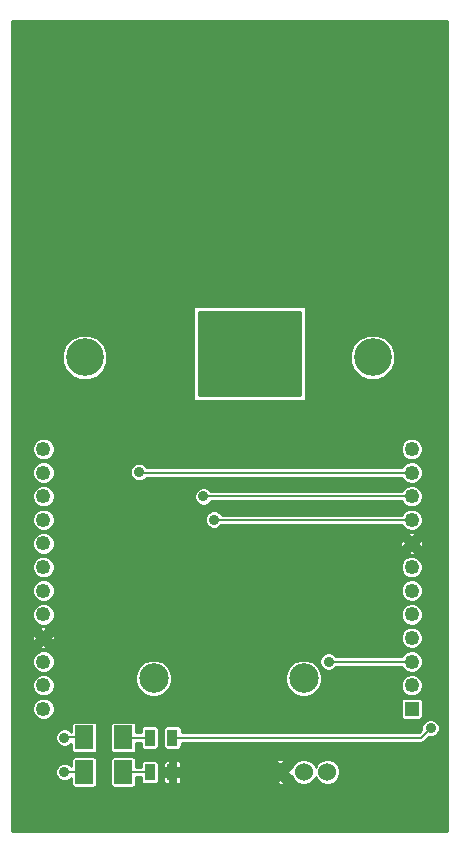
<source format=gbl>
%FSLAX46Y46*%
G04 Gerber Fmt 4.6, Leading zero omitted, Abs format (unit mm)*
G04 Created by KiCad (PCBNEW (2014-08-10 BZR 5062)-product) date Wed 04 Feb 2015 12:02:51 AM CST*
%MOMM*%
G01*
G04 APERTURE LIST*
%ADD10C,0.150000*%
%ADD11R,1.250000X1.250000*%
%ADD12C,1.250000*%
%ADD13C,1.524000*%
%ADD14R,1.524000X2.032000*%
%ADD15R,0.889000X1.397000*%
%ADD16C,2.500000*%
%ADD17C,3.200000*%
%ADD18C,0.889000*%
%ADD19C,0.381000*%
%ADD20C,0.203200*%
%ADD21C,0.254000*%
G04 APERTURE END LIST*
D10*
D11*
X204601400Y-197512200D03*
D12*
X204601400Y-195512200D03*
X204601400Y-193512200D03*
X204601400Y-191512200D03*
X204601400Y-189512200D03*
X204601400Y-187512200D03*
X204601400Y-185512200D03*
X204601400Y-183512200D03*
X204601400Y-181512200D03*
X204601400Y-179512200D03*
X204601400Y-177512200D03*
X204601400Y-175512200D03*
X173401400Y-175512200D03*
X173401400Y-177512200D03*
X173401400Y-179512200D03*
X173401400Y-181512200D03*
X173401400Y-183512200D03*
X173401400Y-185512200D03*
X173401400Y-187512200D03*
X173401400Y-189512200D03*
X173401400Y-191512200D03*
X173401400Y-193512200D03*
X173401400Y-195512200D03*
X173401400Y-197512200D03*
D13*
X193454020Y-202844400D03*
X195453000Y-202844400D03*
X197451980Y-202844400D03*
D14*
X180168550Y-199942450D03*
X176866550Y-199942450D03*
X180168550Y-202863450D03*
X176866550Y-202863450D03*
D15*
X184327800Y-199948800D03*
X182422800Y-199948800D03*
X182410100Y-202869800D03*
X184315100Y-202869800D03*
D16*
X182740300Y-194924300D03*
X195440300Y-194924300D03*
D17*
X201280300Y-167754300D03*
X176900300Y-167754300D03*
D18*
X199250300Y-191757300D03*
X176707800Y-154279600D03*
X180365400Y-151777700D03*
X199720200Y-150101300D03*
X205854300Y-149212300D03*
X200660000Y-183540400D03*
X196240400Y-161302700D03*
X201383900Y-156083000D03*
X178447700Y-163944300D03*
X181508400Y-177482500D03*
X197548500Y-193509900D03*
X187833000Y-181495700D03*
X186956700Y-179527200D03*
X175183800Y-199948800D03*
X175183800Y-202869800D03*
X188833760Y-170240960D03*
X194127120Y-170205400D03*
X194243960Y-168706800D03*
X194492880Y-166375080D03*
X188757560Y-164465000D03*
X190799720Y-164388800D03*
X206184500Y-199161400D03*
D19*
X184340500Y-202844400D02*
X184315100Y-202869800D01*
X193454020Y-202844400D02*
X184340500Y-202844400D01*
D20*
X181538100Y-177512200D02*
X204601400Y-177512200D01*
X181508400Y-177482500D02*
X181538100Y-177512200D01*
X197548500Y-193509900D02*
X197550800Y-193512200D01*
X197550800Y-193512200D02*
X204601400Y-193512200D01*
X187833000Y-181495700D02*
X187849500Y-181512200D01*
X187849500Y-181512200D02*
X204601400Y-181512200D01*
X186956700Y-179527200D02*
X186971700Y-179512200D01*
X186971700Y-179512200D02*
X204601400Y-179512200D01*
X175190150Y-199942450D02*
X175183800Y-199948800D01*
X176866550Y-199942450D02*
X175190150Y-199942450D01*
X175190150Y-202863450D02*
X175183800Y-202869800D01*
X176866550Y-202863450D02*
X175190150Y-202863450D01*
X188833760Y-170240960D02*
X188869320Y-170205400D01*
X188869320Y-170205400D02*
X194127120Y-170205400D01*
X194243960Y-168706800D02*
X194492880Y-168457880D01*
X194492880Y-168457880D02*
X194492880Y-166375080D01*
X190723520Y-164465000D02*
X188757560Y-164465000D01*
X190799720Y-164388800D02*
X190723520Y-164465000D01*
X205397100Y-199948800D02*
X206184500Y-199161400D01*
X184327800Y-199948800D02*
X205397100Y-199948800D01*
X180174900Y-199948800D02*
X180168550Y-199942450D01*
X182422800Y-199948800D02*
X180174900Y-199948800D01*
X182403750Y-202863450D02*
X182410100Y-202869800D01*
X180168550Y-202863450D02*
X182403750Y-202863450D01*
D21*
G36*
X207594200Y-207873600D02*
X206959334Y-207873600D01*
X206959334Y-199007979D01*
X206841641Y-198723141D01*
X206623905Y-198505024D01*
X206339273Y-198386835D01*
X206031079Y-198386566D01*
X205746241Y-198504259D01*
X205571281Y-198678913D01*
X205571281Y-183423668D01*
X205556765Y-183350693D01*
X205556765Y-181323033D01*
X205556765Y-179323033D01*
X205556765Y-177323033D01*
X205556765Y-175323033D01*
X205411651Y-174971830D01*
X205143184Y-174702893D01*
X204792234Y-174557167D01*
X204412233Y-174556835D01*
X204061030Y-174701949D01*
X203792093Y-174970416D01*
X203646367Y-175321366D01*
X203646035Y-175701367D01*
X203791149Y-176052570D01*
X204059616Y-176321507D01*
X204410566Y-176467233D01*
X204790567Y-176467565D01*
X205141770Y-176322451D01*
X205410707Y-176053984D01*
X205556433Y-175703034D01*
X205556765Y-175323033D01*
X205556765Y-177323033D01*
X205411651Y-176971830D01*
X205143184Y-176702893D01*
X204792234Y-176557167D01*
X204412233Y-176556835D01*
X204061030Y-176701949D01*
X203792093Y-176970416D01*
X203746424Y-177080400D01*
X203210833Y-177080400D01*
X203210833Y-167372044D01*
X202917597Y-166662358D01*
X202375098Y-166118911D01*
X201665925Y-165824437D01*
X200898044Y-165823767D01*
X200188358Y-166117003D01*
X199644911Y-166659502D01*
X199350437Y-167368675D01*
X199349767Y-168136556D01*
X199643003Y-168846242D01*
X200185502Y-169389689D01*
X200894675Y-169684163D01*
X201662556Y-169684833D01*
X202372242Y-169391597D01*
X202915689Y-168849098D01*
X203210163Y-168139925D01*
X203210833Y-167372044D01*
X203210833Y-177080400D01*
X195630800Y-177080400D01*
X195630800Y-171475400D01*
X195630800Y-163372731D01*
X186090724Y-163377949D01*
X186080235Y-171475400D01*
X195630800Y-171475400D01*
X195630800Y-177080400D01*
X182180481Y-177080400D01*
X182165541Y-177044241D01*
X181947805Y-176826124D01*
X181663173Y-176707935D01*
X181354979Y-176707666D01*
X181070141Y-176825359D01*
X180852024Y-177043095D01*
X180733835Y-177327727D01*
X180733566Y-177635921D01*
X180851259Y-177920759D01*
X181068995Y-178138876D01*
X181353627Y-178257065D01*
X181661821Y-178257334D01*
X181946659Y-178139641D01*
X182142642Y-177944000D01*
X195630800Y-177944000D01*
X203746288Y-177944000D01*
X203791149Y-178052570D01*
X204059616Y-178321507D01*
X204410566Y-178467233D01*
X204790567Y-178467565D01*
X205141770Y-178322451D01*
X205410707Y-178053984D01*
X205556433Y-177703034D01*
X205556765Y-177323033D01*
X205556765Y-179323033D01*
X205411651Y-178971830D01*
X205143184Y-178702893D01*
X204792234Y-178557167D01*
X204412233Y-178556835D01*
X204061030Y-178701949D01*
X203792093Y-178970416D01*
X203746424Y-179080400D01*
X195630800Y-179080400D01*
X187605314Y-179080400D01*
X187396105Y-178870824D01*
X187111473Y-178752635D01*
X186803279Y-178752366D01*
X186518441Y-178870059D01*
X186300324Y-179087795D01*
X186182135Y-179372427D01*
X186181866Y-179680621D01*
X186299559Y-179965459D01*
X186517295Y-180183576D01*
X186801927Y-180301765D01*
X187110121Y-180302034D01*
X187394959Y-180184341D01*
X187613076Y-179966605D01*
X187622462Y-179944000D01*
X195630800Y-179944000D01*
X203746288Y-179944000D01*
X203791149Y-180052570D01*
X204059616Y-180321507D01*
X204410566Y-180467233D01*
X204790567Y-180467565D01*
X205141770Y-180322451D01*
X205410707Y-180053984D01*
X205556433Y-179703034D01*
X205556765Y-179323033D01*
X205556765Y-181323033D01*
X205411651Y-180971830D01*
X205143184Y-180702893D01*
X204792234Y-180557167D01*
X204412233Y-180556835D01*
X204061030Y-180701949D01*
X203792093Y-180970416D01*
X203746424Y-181080400D01*
X195630800Y-181080400D01*
X188499627Y-181080400D01*
X188490141Y-181057441D01*
X188272405Y-180839324D01*
X187987773Y-180721135D01*
X187679579Y-180720866D01*
X187394741Y-180838559D01*
X187176624Y-181056295D01*
X187058435Y-181340927D01*
X187058166Y-181649121D01*
X187175859Y-181933959D01*
X187393595Y-182152076D01*
X187678227Y-182270265D01*
X187986421Y-182270534D01*
X188271259Y-182152841D01*
X188480465Y-181944000D01*
X195630800Y-181944000D01*
X203746288Y-181944000D01*
X203791149Y-182052570D01*
X204059616Y-182321507D01*
X204410566Y-182467233D01*
X204790567Y-182467565D01*
X205141770Y-182322451D01*
X205410707Y-182053984D01*
X205556433Y-181703034D01*
X205556765Y-181323033D01*
X205556765Y-183350693D01*
X205531332Y-183222836D01*
X205412655Y-183142887D01*
X205043342Y-183512200D01*
X205412655Y-183881513D01*
X205531332Y-183801564D01*
X205571281Y-183423668D01*
X205571281Y-198678913D01*
X205556765Y-198693404D01*
X205556765Y-195323033D01*
X205556765Y-193323033D01*
X205556765Y-191323033D01*
X205556765Y-189323033D01*
X205556765Y-187323033D01*
X205556765Y-185323033D01*
X205411651Y-184971830D01*
X205143184Y-184702893D01*
X204970713Y-184631277D01*
X204970713Y-184323455D01*
X204970713Y-182700945D01*
X204890764Y-182582268D01*
X204512868Y-182542319D01*
X204312036Y-182582268D01*
X204232087Y-182700945D01*
X204601400Y-183070258D01*
X204970713Y-182700945D01*
X204970713Y-184323455D01*
X204601400Y-183954142D01*
X204232087Y-184323455D01*
X204312036Y-184442132D01*
X204689932Y-184482081D01*
X204890764Y-184442132D01*
X204970713Y-184323455D01*
X204970713Y-184631277D01*
X204792234Y-184557167D01*
X204412233Y-184556835D01*
X204159458Y-184661279D01*
X204159458Y-183512200D01*
X203790145Y-183142887D01*
X203671468Y-183222836D01*
X203631519Y-183600732D01*
X203671468Y-183801564D01*
X203790145Y-183881513D01*
X204159458Y-183512200D01*
X204159458Y-184661279D01*
X204061030Y-184701949D01*
X203792093Y-184970416D01*
X203646367Y-185321366D01*
X203646035Y-185701367D01*
X203791149Y-186052570D01*
X204059616Y-186321507D01*
X204410566Y-186467233D01*
X204790567Y-186467565D01*
X205141770Y-186322451D01*
X205410707Y-186053984D01*
X205556433Y-185703034D01*
X205556765Y-185323033D01*
X205556765Y-187323033D01*
X205411651Y-186971830D01*
X205143184Y-186702893D01*
X204792234Y-186557167D01*
X204412233Y-186556835D01*
X204061030Y-186701949D01*
X203792093Y-186970416D01*
X203646367Y-187321366D01*
X203646035Y-187701367D01*
X203791149Y-188052570D01*
X204059616Y-188321507D01*
X204410566Y-188467233D01*
X204790567Y-188467565D01*
X205141770Y-188322451D01*
X205410707Y-188053984D01*
X205556433Y-187703034D01*
X205556765Y-187323033D01*
X205556765Y-189323033D01*
X205411651Y-188971830D01*
X205143184Y-188702893D01*
X204792234Y-188557167D01*
X204412233Y-188556835D01*
X204061030Y-188701949D01*
X203792093Y-188970416D01*
X203646367Y-189321366D01*
X203646035Y-189701367D01*
X203791149Y-190052570D01*
X204059616Y-190321507D01*
X204410566Y-190467233D01*
X204790567Y-190467565D01*
X205141770Y-190322451D01*
X205410707Y-190053984D01*
X205556433Y-189703034D01*
X205556765Y-189323033D01*
X205556765Y-191323033D01*
X205411651Y-190971830D01*
X205143184Y-190702893D01*
X204792234Y-190557167D01*
X204412233Y-190556835D01*
X204061030Y-190701949D01*
X203792093Y-190970416D01*
X203646367Y-191321366D01*
X203646035Y-191701367D01*
X203791149Y-192052570D01*
X204059616Y-192321507D01*
X204410566Y-192467233D01*
X204790567Y-192467565D01*
X205141770Y-192322451D01*
X205410707Y-192053984D01*
X205556433Y-191703034D01*
X205556765Y-191323033D01*
X205556765Y-193323033D01*
X205411651Y-192971830D01*
X205143184Y-192702893D01*
X204792234Y-192557167D01*
X204412233Y-192556835D01*
X204061030Y-192701949D01*
X203792093Y-192970416D01*
X203746424Y-193080400D01*
X198209260Y-193080400D01*
X198205641Y-193071641D01*
X197987905Y-192853524D01*
X197703273Y-192735335D01*
X197395079Y-192735066D01*
X197110241Y-192852759D01*
X196892124Y-193070495D01*
X196773935Y-193355127D01*
X196773666Y-193663321D01*
X196891359Y-193948159D01*
X197109095Y-194166276D01*
X197393727Y-194284465D01*
X197701921Y-194284734D01*
X197986759Y-194167041D01*
X198204876Y-193949305D01*
X198207078Y-193944000D01*
X203746288Y-193944000D01*
X203791149Y-194052570D01*
X204059616Y-194321507D01*
X204410566Y-194467233D01*
X204790567Y-194467565D01*
X205141770Y-194322451D01*
X205410707Y-194053984D01*
X205556433Y-193703034D01*
X205556765Y-193323033D01*
X205556765Y-195323033D01*
X205411651Y-194971830D01*
X205143184Y-194702893D01*
X204792234Y-194557167D01*
X204412233Y-194556835D01*
X204061030Y-194701949D01*
X203792093Y-194970416D01*
X203646367Y-195321366D01*
X203646035Y-195701367D01*
X203791149Y-196052570D01*
X204059616Y-196321507D01*
X204410566Y-196467233D01*
X204790567Y-196467565D01*
X205141770Y-196322451D01*
X205410707Y-196053984D01*
X205556433Y-195703034D01*
X205556765Y-195323033D01*
X205556765Y-198693404D01*
X205556657Y-198693511D01*
X205556657Y-198071807D01*
X205556657Y-196821807D01*
X205506493Y-196700401D01*
X205413687Y-196607433D01*
X205292369Y-196557057D01*
X205161007Y-196556943D01*
X203911007Y-196556943D01*
X203789601Y-196607107D01*
X203696633Y-196699913D01*
X203646257Y-196821231D01*
X203646143Y-196952593D01*
X203646143Y-198202593D01*
X203696307Y-198323999D01*
X203789113Y-198416967D01*
X203910431Y-198467343D01*
X204041793Y-198467457D01*
X205291793Y-198467457D01*
X205413199Y-198417293D01*
X205506167Y-198324487D01*
X205556543Y-198203169D01*
X205556657Y-198071807D01*
X205556657Y-198693511D01*
X205528124Y-198721995D01*
X205409935Y-199006627D01*
X205409666Y-199314821D01*
X205412810Y-199322431D01*
X205218242Y-199517000D01*
X197020773Y-199517000D01*
X197020773Y-194611358D01*
X196780709Y-194030359D01*
X196336580Y-193585454D01*
X195756000Y-193344376D01*
X195630800Y-193344266D01*
X195127358Y-193343827D01*
X194546359Y-193583891D01*
X194101454Y-194028020D01*
X193860376Y-194608600D01*
X193859827Y-195237242D01*
X194099891Y-195818241D01*
X194544020Y-196263146D01*
X195124600Y-196504224D01*
X195630800Y-196504666D01*
X195753242Y-196504773D01*
X196334241Y-196264709D01*
X196779146Y-195820580D01*
X197020224Y-195240000D01*
X197020773Y-194611358D01*
X197020773Y-199517000D01*
X195630800Y-199517000D01*
X185102557Y-199517000D01*
X185102557Y-199184907D01*
X185052393Y-199063501D01*
X184959587Y-198970533D01*
X184838269Y-198920157D01*
X184706907Y-198920043D01*
X184320773Y-198920043D01*
X184320773Y-194611358D01*
X184080709Y-194030359D01*
X183636580Y-193585454D01*
X183056000Y-193344376D01*
X182427358Y-193343827D01*
X181846359Y-193583891D01*
X181401454Y-194028020D01*
X181160376Y-194608600D01*
X181159827Y-195237242D01*
X181399891Y-195818241D01*
X181844020Y-196263146D01*
X182424600Y-196504224D01*
X183053242Y-196504773D01*
X183634241Y-196264709D01*
X184079146Y-195820580D01*
X184320224Y-195240000D01*
X184320773Y-194611358D01*
X184320773Y-198920043D01*
X183817907Y-198920043D01*
X183696501Y-198970207D01*
X183603533Y-199063013D01*
X183553157Y-199184331D01*
X183553043Y-199315693D01*
X183553043Y-200712693D01*
X183603207Y-200834099D01*
X183696013Y-200927067D01*
X183817331Y-200977443D01*
X183948693Y-200977557D01*
X184837693Y-200977557D01*
X184959099Y-200927393D01*
X185052067Y-200834587D01*
X185102443Y-200713269D01*
X185102557Y-200581907D01*
X185102557Y-200380600D01*
X195630800Y-200380600D01*
X205397100Y-200380600D01*
X205562342Y-200347731D01*
X205562343Y-200347731D01*
X205702429Y-200254129D01*
X206023272Y-199933284D01*
X206029727Y-199935965D01*
X206337921Y-199936234D01*
X206622759Y-199818541D01*
X206840876Y-199600805D01*
X206959065Y-199316173D01*
X206959334Y-199007979D01*
X206959334Y-207873600D01*
X198544369Y-207873600D01*
X198544369Y-202628101D01*
X198378442Y-202226527D01*
X198071469Y-201919018D01*
X197670185Y-201752390D01*
X197235681Y-201752011D01*
X196834107Y-201917938D01*
X196526598Y-202224911D01*
X196452513Y-202403325D01*
X196379462Y-202226527D01*
X196072489Y-201919018D01*
X195671205Y-201752390D01*
X195630800Y-201752354D01*
X195236701Y-201752011D01*
X194835127Y-201917938D01*
X194527618Y-202224911D01*
X194429941Y-202460142D01*
X194400885Y-202436351D01*
X193992835Y-202844400D01*
X194400885Y-203252449D01*
X194429992Y-203228615D01*
X194526538Y-203462273D01*
X194833511Y-203769782D01*
X195234795Y-203936410D01*
X195630800Y-203936755D01*
X195669299Y-203936789D01*
X196070873Y-203770862D01*
X196378382Y-203463889D01*
X196452466Y-203285474D01*
X196525518Y-203462273D01*
X196832491Y-203769782D01*
X197233775Y-203936410D01*
X197668279Y-203936789D01*
X198069853Y-203770862D01*
X198377362Y-203463889D01*
X198543990Y-203062605D01*
X198544369Y-202628101D01*
X198544369Y-207873600D01*
X195630800Y-207873600D01*
X195503800Y-207873600D01*
X193862069Y-207873600D01*
X193862069Y-203791265D01*
X193862069Y-201897535D01*
X193760839Y-201773905D01*
X193327823Y-201737977D01*
X193147201Y-201773905D01*
X193045971Y-201897535D01*
X193454020Y-202305585D01*
X193862069Y-201897535D01*
X193862069Y-203791265D01*
X193454020Y-203383215D01*
X193045971Y-203791265D01*
X193147201Y-203914895D01*
X193580217Y-203950823D01*
X193760839Y-203914895D01*
X193862069Y-203791265D01*
X193862069Y-207873600D01*
X192915205Y-207873600D01*
X192915205Y-202844400D01*
X192507155Y-202436351D01*
X192383525Y-202537581D01*
X192347597Y-202970597D01*
X192383525Y-203151219D01*
X192507155Y-203252449D01*
X192915205Y-202844400D01*
X192915205Y-207873600D01*
X185089857Y-207873600D01*
X185089857Y-203502907D01*
X185089857Y-202236693D01*
X185089743Y-202105331D01*
X185039367Y-201984013D01*
X184946399Y-201891207D01*
X184824993Y-201841043D01*
X184619900Y-201841100D01*
X184537350Y-201923650D01*
X184537350Y-202520550D01*
X185007250Y-202520550D01*
X185089800Y-202438000D01*
X185089857Y-202236693D01*
X185089857Y-203502907D01*
X185089800Y-203301600D01*
X185007250Y-203219050D01*
X184537350Y-203219050D01*
X184537350Y-203815950D01*
X184619900Y-203898500D01*
X184824993Y-203898557D01*
X184946399Y-203848393D01*
X185039367Y-203755587D01*
X185089743Y-203634269D01*
X185089857Y-203502907D01*
X185089857Y-207873600D01*
X184092850Y-207873600D01*
X184092850Y-203815950D01*
X184092850Y-203219050D01*
X184092850Y-202520550D01*
X184092850Y-201923650D01*
X184010300Y-201841100D01*
X183805207Y-201841043D01*
X183683801Y-201891207D01*
X183590833Y-201984013D01*
X183540457Y-202105331D01*
X183540343Y-202236693D01*
X183540400Y-202438000D01*
X183622950Y-202520550D01*
X184092850Y-202520550D01*
X184092850Y-203219050D01*
X183622950Y-203219050D01*
X183540400Y-203301600D01*
X183540343Y-203502907D01*
X183540457Y-203634269D01*
X183590833Y-203755587D01*
X183683801Y-203848393D01*
X183805207Y-203898557D01*
X184010300Y-203898500D01*
X184092850Y-203815950D01*
X184092850Y-207873600D01*
X183197557Y-207873600D01*
X183197557Y-200581907D01*
X183197557Y-199184907D01*
X183147393Y-199063501D01*
X183054587Y-198970533D01*
X182933269Y-198920157D01*
X182801907Y-198920043D01*
X181912907Y-198920043D01*
X181791501Y-198970207D01*
X181698533Y-199063013D01*
X181648157Y-199184331D01*
X181648043Y-199315693D01*
X181648043Y-199517000D01*
X181260807Y-199517000D01*
X181260807Y-198861057D01*
X181210643Y-198739651D01*
X181117837Y-198646683D01*
X180996519Y-198596307D01*
X180865157Y-198596193D01*
X179341157Y-198596193D01*
X179219751Y-198646357D01*
X179126783Y-198739163D01*
X179076407Y-198860481D01*
X179076293Y-198991843D01*
X179076293Y-201023843D01*
X179126457Y-201145249D01*
X179219263Y-201238217D01*
X179340581Y-201288593D01*
X179471943Y-201288707D01*
X180995943Y-201288707D01*
X181117349Y-201238543D01*
X181210317Y-201145737D01*
X181260693Y-201024419D01*
X181260807Y-200893057D01*
X181260807Y-200380600D01*
X181648043Y-200380600D01*
X181648043Y-200712693D01*
X181698207Y-200834099D01*
X181791013Y-200927067D01*
X181912331Y-200977443D01*
X182043693Y-200977557D01*
X182932693Y-200977557D01*
X183054099Y-200927393D01*
X183147067Y-200834587D01*
X183197443Y-200713269D01*
X183197557Y-200581907D01*
X183197557Y-207873600D01*
X183184857Y-207873600D01*
X183184857Y-203502907D01*
X183184857Y-202105907D01*
X183134693Y-201984501D01*
X183041887Y-201891533D01*
X182920569Y-201841157D01*
X182789207Y-201841043D01*
X181900207Y-201841043D01*
X181778801Y-201891207D01*
X181685833Y-201984013D01*
X181635457Y-202105331D01*
X181635343Y-202236693D01*
X181635343Y-202431650D01*
X181260807Y-202431650D01*
X181260807Y-201782057D01*
X181210643Y-201660651D01*
X181117837Y-201567683D01*
X180996519Y-201517307D01*
X180865157Y-201517193D01*
X179341157Y-201517193D01*
X179219751Y-201567357D01*
X179126783Y-201660163D01*
X179076407Y-201781481D01*
X179076293Y-201912843D01*
X179076293Y-203944843D01*
X179126457Y-204066249D01*
X179219263Y-204159217D01*
X179340581Y-204209593D01*
X179471943Y-204209707D01*
X180995943Y-204209707D01*
X181117349Y-204159543D01*
X181210317Y-204066737D01*
X181260693Y-203945419D01*
X181260807Y-203814057D01*
X181260807Y-203295250D01*
X181635343Y-203295250D01*
X181635343Y-203633693D01*
X181685507Y-203755099D01*
X181778313Y-203848067D01*
X181899631Y-203898443D01*
X182030993Y-203898557D01*
X182919993Y-203898557D01*
X183041399Y-203848393D01*
X183134367Y-203755587D01*
X183184743Y-203634269D01*
X183184857Y-203502907D01*
X183184857Y-207873600D01*
X178830833Y-207873600D01*
X178830833Y-167372044D01*
X178537597Y-166662358D01*
X177995098Y-166118911D01*
X177285925Y-165824437D01*
X176518044Y-165823767D01*
X175808358Y-166117003D01*
X175264911Y-166659502D01*
X174970437Y-167368675D01*
X174969767Y-168136556D01*
X175263003Y-168846242D01*
X175805502Y-169389689D01*
X176514675Y-169684163D01*
X177282556Y-169684833D01*
X177992242Y-169391597D01*
X178535689Y-168849098D01*
X178830163Y-168139925D01*
X178830833Y-167372044D01*
X178830833Y-207873600D01*
X177958807Y-207873600D01*
X177958807Y-203814057D01*
X177958807Y-201782057D01*
X177958807Y-200893057D01*
X177958807Y-198861057D01*
X177908643Y-198739651D01*
X177815837Y-198646683D01*
X177694519Y-198596307D01*
X177563157Y-198596193D01*
X176039157Y-198596193D01*
X175917751Y-198646357D01*
X175824783Y-198739163D01*
X175774407Y-198860481D01*
X175774293Y-198991843D01*
X175774293Y-199443776D01*
X175623205Y-199292424D01*
X175338573Y-199174235D01*
X175030379Y-199173966D01*
X174745541Y-199291659D01*
X174527424Y-199509395D01*
X174409235Y-199794027D01*
X174408966Y-200102221D01*
X174526659Y-200387059D01*
X174744395Y-200605176D01*
X175029027Y-200723365D01*
X175337221Y-200723634D01*
X175622059Y-200605941D01*
X175774293Y-200453972D01*
X175774293Y-201023843D01*
X175824457Y-201145249D01*
X175917263Y-201238217D01*
X176038581Y-201288593D01*
X176169943Y-201288707D01*
X177693943Y-201288707D01*
X177815349Y-201238543D01*
X177908317Y-201145737D01*
X177958693Y-201024419D01*
X177958807Y-200893057D01*
X177958807Y-201782057D01*
X177908643Y-201660651D01*
X177815837Y-201567683D01*
X177694519Y-201517307D01*
X177563157Y-201517193D01*
X176039157Y-201517193D01*
X175917751Y-201567357D01*
X175824783Y-201660163D01*
X175774407Y-201781481D01*
X175774293Y-201912843D01*
X175774293Y-202364776D01*
X175623205Y-202213424D01*
X175338573Y-202095235D01*
X175030379Y-202094966D01*
X174745541Y-202212659D01*
X174527424Y-202430395D01*
X174409235Y-202715027D01*
X174408966Y-203023221D01*
X174526659Y-203308059D01*
X174744395Y-203526176D01*
X175029027Y-203644365D01*
X175337221Y-203644634D01*
X175622059Y-203526941D01*
X175774293Y-203374972D01*
X175774293Y-203944843D01*
X175824457Y-204066249D01*
X175917263Y-204159217D01*
X176038581Y-204209593D01*
X176169943Y-204209707D01*
X177693943Y-204209707D01*
X177815349Y-204159543D01*
X177908317Y-204066737D01*
X177958693Y-203945419D01*
X177958807Y-203814057D01*
X177958807Y-207873600D01*
X174371281Y-207873600D01*
X174371281Y-191423668D01*
X174356765Y-191350693D01*
X174356765Y-189323033D01*
X174356765Y-187323033D01*
X174356765Y-185323033D01*
X174356765Y-183323033D01*
X174356765Y-181323033D01*
X174356765Y-179323033D01*
X174356765Y-177323033D01*
X174356765Y-175323033D01*
X174211651Y-174971830D01*
X173943184Y-174702893D01*
X173592234Y-174557167D01*
X173212233Y-174556835D01*
X172861030Y-174701949D01*
X172592093Y-174970416D01*
X172446367Y-175321366D01*
X172446035Y-175701367D01*
X172591149Y-176052570D01*
X172859616Y-176321507D01*
X173210566Y-176467233D01*
X173590567Y-176467565D01*
X173941770Y-176322451D01*
X174210707Y-176053984D01*
X174356433Y-175703034D01*
X174356765Y-175323033D01*
X174356765Y-177323033D01*
X174211651Y-176971830D01*
X173943184Y-176702893D01*
X173592234Y-176557167D01*
X173212233Y-176556835D01*
X172861030Y-176701949D01*
X172592093Y-176970416D01*
X172446367Y-177321366D01*
X172446035Y-177701367D01*
X172591149Y-178052570D01*
X172859616Y-178321507D01*
X173210566Y-178467233D01*
X173590567Y-178467565D01*
X173941770Y-178322451D01*
X174210707Y-178053984D01*
X174356433Y-177703034D01*
X174356765Y-177323033D01*
X174356765Y-179323033D01*
X174211651Y-178971830D01*
X173943184Y-178702893D01*
X173592234Y-178557167D01*
X173212233Y-178556835D01*
X172861030Y-178701949D01*
X172592093Y-178970416D01*
X172446367Y-179321366D01*
X172446035Y-179701367D01*
X172591149Y-180052570D01*
X172859616Y-180321507D01*
X173210566Y-180467233D01*
X173590567Y-180467565D01*
X173941770Y-180322451D01*
X174210707Y-180053984D01*
X174356433Y-179703034D01*
X174356765Y-179323033D01*
X174356765Y-181323033D01*
X174211651Y-180971830D01*
X173943184Y-180702893D01*
X173592234Y-180557167D01*
X173212233Y-180556835D01*
X172861030Y-180701949D01*
X172592093Y-180970416D01*
X172446367Y-181321366D01*
X172446035Y-181701367D01*
X172591149Y-182052570D01*
X172859616Y-182321507D01*
X173210566Y-182467233D01*
X173590567Y-182467565D01*
X173941770Y-182322451D01*
X174210707Y-182053984D01*
X174356433Y-181703034D01*
X174356765Y-181323033D01*
X174356765Y-183323033D01*
X174211651Y-182971830D01*
X173943184Y-182702893D01*
X173592234Y-182557167D01*
X173212233Y-182556835D01*
X172861030Y-182701949D01*
X172592093Y-182970416D01*
X172446367Y-183321366D01*
X172446035Y-183701367D01*
X172591149Y-184052570D01*
X172859616Y-184321507D01*
X173210566Y-184467233D01*
X173590567Y-184467565D01*
X173941770Y-184322451D01*
X174210707Y-184053984D01*
X174356433Y-183703034D01*
X174356765Y-183323033D01*
X174356765Y-185323033D01*
X174211651Y-184971830D01*
X173943184Y-184702893D01*
X173592234Y-184557167D01*
X173212233Y-184556835D01*
X172861030Y-184701949D01*
X172592093Y-184970416D01*
X172446367Y-185321366D01*
X172446035Y-185701367D01*
X172591149Y-186052570D01*
X172859616Y-186321507D01*
X173210566Y-186467233D01*
X173590567Y-186467565D01*
X173941770Y-186322451D01*
X174210707Y-186053984D01*
X174356433Y-185703034D01*
X174356765Y-185323033D01*
X174356765Y-187323033D01*
X174211651Y-186971830D01*
X173943184Y-186702893D01*
X173592234Y-186557167D01*
X173212233Y-186556835D01*
X172861030Y-186701949D01*
X172592093Y-186970416D01*
X172446367Y-187321366D01*
X172446035Y-187701367D01*
X172591149Y-188052570D01*
X172859616Y-188321507D01*
X173210566Y-188467233D01*
X173590567Y-188467565D01*
X173941770Y-188322451D01*
X174210707Y-188053984D01*
X174356433Y-187703034D01*
X174356765Y-187323033D01*
X174356765Y-189323033D01*
X174211651Y-188971830D01*
X173943184Y-188702893D01*
X173592234Y-188557167D01*
X173212233Y-188556835D01*
X172861030Y-188701949D01*
X172592093Y-188970416D01*
X172446367Y-189321366D01*
X172446035Y-189701367D01*
X172591149Y-190052570D01*
X172859616Y-190321507D01*
X173210566Y-190467233D01*
X173590567Y-190467565D01*
X173941770Y-190322451D01*
X174210707Y-190053984D01*
X174356433Y-189703034D01*
X174356765Y-189323033D01*
X174356765Y-191350693D01*
X174331332Y-191222836D01*
X174212655Y-191142887D01*
X173843342Y-191512200D01*
X174212655Y-191881513D01*
X174331332Y-191801564D01*
X174371281Y-191423668D01*
X174371281Y-207873600D01*
X174356765Y-207873600D01*
X174356765Y-197323033D01*
X174356765Y-195323033D01*
X174356765Y-193323033D01*
X174211651Y-192971830D01*
X173943184Y-192702893D01*
X173770713Y-192631277D01*
X173770713Y-192323455D01*
X173770713Y-190700945D01*
X173690764Y-190582268D01*
X173312868Y-190542319D01*
X173112036Y-190582268D01*
X173032087Y-190700945D01*
X173401400Y-191070258D01*
X173770713Y-190700945D01*
X173770713Y-192323455D01*
X173401400Y-191954142D01*
X173032087Y-192323455D01*
X173112036Y-192442132D01*
X173489932Y-192482081D01*
X173690764Y-192442132D01*
X173770713Y-192323455D01*
X173770713Y-192631277D01*
X173592234Y-192557167D01*
X173212233Y-192556835D01*
X172959458Y-192661279D01*
X172959458Y-191512200D01*
X172590145Y-191142887D01*
X172471468Y-191222836D01*
X172431519Y-191600732D01*
X172471468Y-191801564D01*
X172590145Y-191881513D01*
X172959458Y-191512200D01*
X172959458Y-192661279D01*
X172861030Y-192701949D01*
X172592093Y-192970416D01*
X172446367Y-193321366D01*
X172446035Y-193701367D01*
X172591149Y-194052570D01*
X172859616Y-194321507D01*
X173210566Y-194467233D01*
X173590567Y-194467565D01*
X173941770Y-194322451D01*
X174210707Y-194053984D01*
X174356433Y-193703034D01*
X174356765Y-193323033D01*
X174356765Y-195323033D01*
X174211651Y-194971830D01*
X173943184Y-194702893D01*
X173592234Y-194557167D01*
X173212233Y-194556835D01*
X172861030Y-194701949D01*
X172592093Y-194970416D01*
X172446367Y-195321366D01*
X172446035Y-195701367D01*
X172591149Y-196052570D01*
X172859616Y-196321507D01*
X173210566Y-196467233D01*
X173590567Y-196467565D01*
X173941770Y-196322451D01*
X174210707Y-196053984D01*
X174356433Y-195703034D01*
X174356765Y-195323033D01*
X174356765Y-197323033D01*
X174211651Y-196971830D01*
X173943184Y-196702893D01*
X173592234Y-196557167D01*
X173212233Y-196556835D01*
X172861030Y-196701949D01*
X172592093Y-196970416D01*
X172446367Y-197321366D01*
X172446035Y-197701367D01*
X172591149Y-198052570D01*
X172859616Y-198321507D01*
X173210566Y-198467233D01*
X173590567Y-198467565D01*
X173941770Y-198322451D01*
X174210707Y-198053984D01*
X174356433Y-197703034D01*
X174356765Y-197323033D01*
X174356765Y-207873600D01*
X170789600Y-207873600D01*
X170789600Y-139319000D01*
X207594200Y-139319000D01*
X207594200Y-207873600D01*
X207594200Y-207873600D01*
G37*
X207594200Y-207873600D02*
X206959334Y-207873600D01*
X206959334Y-199007979D01*
X206841641Y-198723141D01*
X206623905Y-198505024D01*
X206339273Y-198386835D01*
X206031079Y-198386566D01*
X205746241Y-198504259D01*
X205571281Y-198678913D01*
X205571281Y-183423668D01*
X205556765Y-183350693D01*
X205556765Y-181323033D01*
X205556765Y-179323033D01*
X205556765Y-177323033D01*
X205556765Y-175323033D01*
X205411651Y-174971830D01*
X205143184Y-174702893D01*
X204792234Y-174557167D01*
X204412233Y-174556835D01*
X204061030Y-174701949D01*
X203792093Y-174970416D01*
X203646367Y-175321366D01*
X203646035Y-175701367D01*
X203791149Y-176052570D01*
X204059616Y-176321507D01*
X204410566Y-176467233D01*
X204790567Y-176467565D01*
X205141770Y-176322451D01*
X205410707Y-176053984D01*
X205556433Y-175703034D01*
X205556765Y-175323033D01*
X205556765Y-177323033D01*
X205411651Y-176971830D01*
X205143184Y-176702893D01*
X204792234Y-176557167D01*
X204412233Y-176556835D01*
X204061030Y-176701949D01*
X203792093Y-176970416D01*
X203746424Y-177080400D01*
X203210833Y-177080400D01*
X203210833Y-167372044D01*
X202917597Y-166662358D01*
X202375098Y-166118911D01*
X201665925Y-165824437D01*
X200898044Y-165823767D01*
X200188358Y-166117003D01*
X199644911Y-166659502D01*
X199350437Y-167368675D01*
X199349767Y-168136556D01*
X199643003Y-168846242D01*
X200185502Y-169389689D01*
X200894675Y-169684163D01*
X201662556Y-169684833D01*
X202372242Y-169391597D01*
X202915689Y-168849098D01*
X203210163Y-168139925D01*
X203210833Y-167372044D01*
X203210833Y-177080400D01*
X195630800Y-177080400D01*
X195630800Y-171475400D01*
X195630800Y-163372731D01*
X186090724Y-163377949D01*
X186080235Y-171475400D01*
X195630800Y-171475400D01*
X195630800Y-177080400D01*
X182180481Y-177080400D01*
X182165541Y-177044241D01*
X181947805Y-176826124D01*
X181663173Y-176707935D01*
X181354979Y-176707666D01*
X181070141Y-176825359D01*
X180852024Y-177043095D01*
X180733835Y-177327727D01*
X180733566Y-177635921D01*
X180851259Y-177920759D01*
X181068995Y-178138876D01*
X181353627Y-178257065D01*
X181661821Y-178257334D01*
X181946659Y-178139641D01*
X182142642Y-177944000D01*
X195630800Y-177944000D01*
X203746288Y-177944000D01*
X203791149Y-178052570D01*
X204059616Y-178321507D01*
X204410566Y-178467233D01*
X204790567Y-178467565D01*
X205141770Y-178322451D01*
X205410707Y-178053984D01*
X205556433Y-177703034D01*
X205556765Y-177323033D01*
X205556765Y-179323033D01*
X205411651Y-178971830D01*
X205143184Y-178702893D01*
X204792234Y-178557167D01*
X204412233Y-178556835D01*
X204061030Y-178701949D01*
X203792093Y-178970416D01*
X203746424Y-179080400D01*
X195630800Y-179080400D01*
X187605314Y-179080400D01*
X187396105Y-178870824D01*
X187111473Y-178752635D01*
X186803279Y-178752366D01*
X186518441Y-178870059D01*
X186300324Y-179087795D01*
X186182135Y-179372427D01*
X186181866Y-179680621D01*
X186299559Y-179965459D01*
X186517295Y-180183576D01*
X186801927Y-180301765D01*
X187110121Y-180302034D01*
X187394959Y-180184341D01*
X187613076Y-179966605D01*
X187622462Y-179944000D01*
X195630800Y-179944000D01*
X203746288Y-179944000D01*
X203791149Y-180052570D01*
X204059616Y-180321507D01*
X204410566Y-180467233D01*
X204790567Y-180467565D01*
X205141770Y-180322451D01*
X205410707Y-180053984D01*
X205556433Y-179703034D01*
X205556765Y-179323033D01*
X205556765Y-181323033D01*
X205411651Y-180971830D01*
X205143184Y-180702893D01*
X204792234Y-180557167D01*
X204412233Y-180556835D01*
X204061030Y-180701949D01*
X203792093Y-180970416D01*
X203746424Y-181080400D01*
X195630800Y-181080400D01*
X188499627Y-181080400D01*
X188490141Y-181057441D01*
X188272405Y-180839324D01*
X187987773Y-180721135D01*
X187679579Y-180720866D01*
X187394741Y-180838559D01*
X187176624Y-181056295D01*
X187058435Y-181340927D01*
X187058166Y-181649121D01*
X187175859Y-181933959D01*
X187393595Y-182152076D01*
X187678227Y-182270265D01*
X187986421Y-182270534D01*
X188271259Y-182152841D01*
X188480465Y-181944000D01*
X195630800Y-181944000D01*
X203746288Y-181944000D01*
X203791149Y-182052570D01*
X204059616Y-182321507D01*
X204410566Y-182467233D01*
X204790567Y-182467565D01*
X205141770Y-182322451D01*
X205410707Y-182053984D01*
X205556433Y-181703034D01*
X205556765Y-181323033D01*
X205556765Y-183350693D01*
X205531332Y-183222836D01*
X205412655Y-183142887D01*
X205043342Y-183512200D01*
X205412655Y-183881513D01*
X205531332Y-183801564D01*
X205571281Y-183423668D01*
X205571281Y-198678913D01*
X205556765Y-198693404D01*
X205556765Y-195323033D01*
X205556765Y-193323033D01*
X205556765Y-191323033D01*
X205556765Y-189323033D01*
X205556765Y-187323033D01*
X205556765Y-185323033D01*
X205411651Y-184971830D01*
X205143184Y-184702893D01*
X204970713Y-184631277D01*
X204970713Y-184323455D01*
X204970713Y-182700945D01*
X204890764Y-182582268D01*
X204512868Y-182542319D01*
X204312036Y-182582268D01*
X204232087Y-182700945D01*
X204601400Y-183070258D01*
X204970713Y-182700945D01*
X204970713Y-184323455D01*
X204601400Y-183954142D01*
X204232087Y-184323455D01*
X204312036Y-184442132D01*
X204689932Y-184482081D01*
X204890764Y-184442132D01*
X204970713Y-184323455D01*
X204970713Y-184631277D01*
X204792234Y-184557167D01*
X204412233Y-184556835D01*
X204159458Y-184661279D01*
X204159458Y-183512200D01*
X203790145Y-183142887D01*
X203671468Y-183222836D01*
X203631519Y-183600732D01*
X203671468Y-183801564D01*
X203790145Y-183881513D01*
X204159458Y-183512200D01*
X204159458Y-184661279D01*
X204061030Y-184701949D01*
X203792093Y-184970416D01*
X203646367Y-185321366D01*
X203646035Y-185701367D01*
X203791149Y-186052570D01*
X204059616Y-186321507D01*
X204410566Y-186467233D01*
X204790567Y-186467565D01*
X205141770Y-186322451D01*
X205410707Y-186053984D01*
X205556433Y-185703034D01*
X205556765Y-185323033D01*
X205556765Y-187323033D01*
X205411651Y-186971830D01*
X205143184Y-186702893D01*
X204792234Y-186557167D01*
X204412233Y-186556835D01*
X204061030Y-186701949D01*
X203792093Y-186970416D01*
X203646367Y-187321366D01*
X203646035Y-187701367D01*
X203791149Y-188052570D01*
X204059616Y-188321507D01*
X204410566Y-188467233D01*
X204790567Y-188467565D01*
X205141770Y-188322451D01*
X205410707Y-188053984D01*
X205556433Y-187703034D01*
X205556765Y-187323033D01*
X205556765Y-189323033D01*
X205411651Y-188971830D01*
X205143184Y-188702893D01*
X204792234Y-188557167D01*
X204412233Y-188556835D01*
X204061030Y-188701949D01*
X203792093Y-188970416D01*
X203646367Y-189321366D01*
X203646035Y-189701367D01*
X203791149Y-190052570D01*
X204059616Y-190321507D01*
X204410566Y-190467233D01*
X204790567Y-190467565D01*
X205141770Y-190322451D01*
X205410707Y-190053984D01*
X205556433Y-189703034D01*
X205556765Y-189323033D01*
X205556765Y-191323033D01*
X205411651Y-190971830D01*
X205143184Y-190702893D01*
X204792234Y-190557167D01*
X204412233Y-190556835D01*
X204061030Y-190701949D01*
X203792093Y-190970416D01*
X203646367Y-191321366D01*
X203646035Y-191701367D01*
X203791149Y-192052570D01*
X204059616Y-192321507D01*
X204410566Y-192467233D01*
X204790567Y-192467565D01*
X205141770Y-192322451D01*
X205410707Y-192053984D01*
X205556433Y-191703034D01*
X205556765Y-191323033D01*
X205556765Y-193323033D01*
X205411651Y-192971830D01*
X205143184Y-192702893D01*
X204792234Y-192557167D01*
X204412233Y-192556835D01*
X204061030Y-192701949D01*
X203792093Y-192970416D01*
X203746424Y-193080400D01*
X198209260Y-193080400D01*
X198205641Y-193071641D01*
X197987905Y-192853524D01*
X197703273Y-192735335D01*
X197395079Y-192735066D01*
X197110241Y-192852759D01*
X196892124Y-193070495D01*
X196773935Y-193355127D01*
X196773666Y-193663321D01*
X196891359Y-193948159D01*
X197109095Y-194166276D01*
X197393727Y-194284465D01*
X197701921Y-194284734D01*
X197986759Y-194167041D01*
X198204876Y-193949305D01*
X198207078Y-193944000D01*
X203746288Y-193944000D01*
X203791149Y-194052570D01*
X204059616Y-194321507D01*
X204410566Y-194467233D01*
X204790567Y-194467565D01*
X205141770Y-194322451D01*
X205410707Y-194053984D01*
X205556433Y-193703034D01*
X205556765Y-193323033D01*
X205556765Y-195323033D01*
X205411651Y-194971830D01*
X205143184Y-194702893D01*
X204792234Y-194557167D01*
X204412233Y-194556835D01*
X204061030Y-194701949D01*
X203792093Y-194970416D01*
X203646367Y-195321366D01*
X203646035Y-195701367D01*
X203791149Y-196052570D01*
X204059616Y-196321507D01*
X204410566Y-196467233D01*
X204790567Y-196467565D01*
X205141770Y-196322451D01*
X205410707Y-196053984D01*
X205556433Y-195703034D01*
X205556765Y-195323033D01*
X205556765Y-198693404D01*
X205556657Y-198693511D01*
X205556657Y-198071807D01*
X205556657Y-196821807D01*
X205506493Y-196700401D01*
X205413687Y-196607433D01*
X205292369Y-196557057D01*
X205161007Y-196556943D01*
X203911007Y-196556943D01*
X203789601Y-196607107D01*
X203696633Y-196699913D01*
X203646257Y-196821231D01*
X203646143Y-196952593D01*
X203646143Y-198202593D01*
X203696307Y-198323999D01*
X203789113Y-198416967D01*
X203910431Y-198467343D01*
X204041793Y-198467457D01*
X205291793Y-198467457D01*
X205413199Y-198417293D01*
X205506167Y-198324487D01*
X205556543Y-198203169D01*
X205556657Y-198071807D01*
X205556657Y-198693511D01*
X205528124Y-198721995D01*
X205409935Y-199006627D01*
X205409666Y-199314821D01*
X205412810Y-199322431D01*
X205218242Y-199517000D01*
X197020773Y-199517000D01*
X197020773Y-194611358D01*
X196780709Y-194030359D01*
X196336580Y-193585454D01*
X195756000Y-193344376D01*
X195630800Y-193344266D01*
X195127358Y-193343827D01*
X194546359Y-193583891D01*
X194101454Y-194028020D01*
X193860376Y-194608600D01*
X193859827Y-195237242D01*
X194099891Y-195818241D01*
X194544020Y-196263146D01*
X195124600Y-196504224D01*
X195630800Y-196504666D01*
X195753242Y-196504773D01*
X196334241Y-196264709D01*
X196779146Y-195820580D01*
X197020224Y-195240000D01*
X197020773Y-194611358D01*
X197020773Y-199517000D01*
X195630800Y-199517000D01*
X185102557Y-199517000D01*
X185102557Y-199184907D01*
X185052393Y-199063501D01*
X184959587Y-198970533D01*
X184838269Y-198920157D01*
X184706907Y-198920043D01*
X184320773Y-198920043D01*
X184320773Y-194611358D01*
X184080709Y-194030359D01*
X183636580Y-193585454D01*
X183056000Y-193344376D01*
X182427358Y-193343827D01*
X181846359Y-193583891D01*
X181401454Y-194028020D01*
X181160376Y-194608600D01*
X181159827Y-195237242D01*
X181399891Y-195818241D01*
X181844020Y-196263146D01*
X182424600Y-196504224D01*
X183053242Y-196504773D01*
X183634241Y-196264709D01*
X184079146Y-195820580D01*
X184320224Y-195240000D01*
X184320773Y-194611358D01*
X184320773Y-198920043D01*
X183817907Y-198920043D01*
X183696501Y-198970207D01*
X183603533Y-199063013D01*
X183553157Y-199184331D01*
X183553043Y-199315693D01*
X183553043Y-200712693D01*
X183603207Y-200834099D01*
X183696013Y-200927067D01*
X183817331Y-200977443D01*
X183948693Y-200977557D01*
X184837693Y-200977557D01*
X184959099Y-200927393D01*
X185052067Y-200834587D01*
X185102443Y-200713269D01*
X185102557Y-200581907D01*
X185102557Y-200380600D01*
X195630800Y-200380600D01*
X205397100Y-200380600D01*
X205562342Y-200347731D01*
X205562343Y-200347731D01*
X205702429Y-200254129D01*
X206023272Y-199933284D01*
X206029727Y-199935965D01*
X206337921Y-199936234D01*
X206622759Y-199818541D01*
X206840876Y-199600805D01*
X206959065Y-199316173D01*
X206959334Y-199007979D01*
X206959334Y-207873600D01*
X198544369Y-207873600D01*
X198544369Y-202628101D01*
X198378442Y-202226527D01*
X198071469Y-201919018D01*
X197670185Y-201752390D01*
X197235681Y-201752011D01*
X196834107Y-201917938D01*
X196526598Y-202224911D01*
X196452513Y-202403325D01*
X196379462Y-202226527D01*
X196072489Y-201919018D01*
X195671205Y-201752390D01*
X195630800Y-201752354D01*
X195236701Y-201752011D01*
X194835127Y-201917938D01*
X194527618Y-202224911D01*
X194429941Y-202460142D01*
X194400885Y-202436351D01*
X193992835Y-202844400D01*
X194400885Y-203252449D01*
X194429992Y-203228615D01*
X194526538Y-203462273D01*
X194833511Y-203769782D01*
X195234795Y-203936410D01*
X195630800Y-203936755D01*
X195669299Y-203936789D01*
X196070873Y-203770862D01*
X196378382Y-203463889D01*
X196452466Y-203285474D01*
X196525518Y-203462273D01*
X196832491Y-203769782D01*
X197233775Y-203936410D01*
X197668279Y-203936789D01*
X198069853Y-203770862D01*
X198377362Y-203463889D01*
X198543990Y-203062605D01*
X198544369Y-202628101D01*
X198544369Y-207873600D01*
X195630800Y-207873600D01*
X195503800Y-207873600D01*
X193862069Y-207873600D01*
X193862069Y-203791265D01*
X193862069Y-201897535D01*
X193760839Y-201773905D01*
X193327823Y-201737977D01*
X193147201Y-201773905D01*
X193045971Y-201897535D01*
X193454020Y-202305585D01*
X193862069Y-201897535D01*
X193862069Y-203791265D01*
X193454020Y-203383215D01*
X193045971Y-203791265D01*
X193147201Y-203914895D01*
X193580217Y-203950823D01*
X193760839Y-203914895D01*
X193862069Y-203791265D01*
X193862069Y-207873600D01*
X192915205Y-207873600D01*
X192915205Y-202844400D01*
X192507155Y-202436351D01*
X192383525Y-202537581D01*
X192347597Y-202970597D01*
X192383525Y-203151219D01*
X192507155Y-203252449D01*
X192915205Y-202844400D01*
X192915205Y-207873600D01*
X185089857Y-207873600D01*
X185089857Y-203502907D01*
X185089857Y-202236693D01*
X185089743Y-202105331D01*
X185039367Y-201984013D01*
X184946399Y-201891207D01*
X184824993Y-201841043D01*
X184619900Y-201841100D01*
X184537350Y-201923650D01*
X184537350Y-202520550D01*
X185007250Y-202520550D01*
X185089800Y-202438000D01*
X185089857Y-202236693D01*
X185089857Y-203502907D01*
X185089800Y-203301600D01*
X185007250Y-203219050D01*
X184537350Y-203219050D01*
X184537350Y-203815950D01*
X184619900Y-203898500D01*
X184824993Y-203898557D01*
X184946399Y-203848393D01*
X185039367Y-203755587D01*
X185089743Y-203634269D01*
X185089857Y-203502907D01*
X185089857Y-207873600D01*
X184092850Y-207873600D01*
X184092850Y-203815950D01*
X184092850Y-203219050D01*
X184092850Y-202520550D01*
X184092850Y-201923650D01*
X184010300Y-201841100D01*
X183805207Y-201841043D01*
X183683801Y-201891207D01*
X183590833Y-201984013D01*
X183540457Y-202105331D01*
X183540343Y-202236693D01*
X183540400Y-202438000D01*
X183622950Y-202520550D01*
X184092850Y-202520550D01*
X184092850Y-203219050D01*
X183622950Y-203219050D01*
X183540400Y-203301600D01*
X183540343Y-203502907D01*
X183540457Y-203634269D01*
X183590833Y-203755587D01*
X183683801Y-203848393D01*
X183805207Y-203898557D01*
X184010300Y-203898500D01*
X184092850Y-203815950D01*
X184092850Y-207873600D01*
X183197557Y-207873600D01*
X183197557Y-200581907D01*
X183197557Y-199184907D01*
X183147393Y-199063501D01*
X183054587Y-198970533D01*
X182933269Y-198920157D01*
X182801907Y-198920043D01*
X181912907Y-198920043D01*
X181791501Y-198970207D01*
X181698533Y-199063013D01*
X181648157Y-199184331D01*
X181648043Y-199315693D01*
X181648043Y-199517000D01*
X181260807Y-199517000D01*
X181260807Y-198861057D01*
X181210643Y-198739651D01*
X181117837Y-198646683D01*
X180996519Y-198596307D01*
X180865157Y-198596193D01*
X179341157Y-198596193D01*
X179219751Y-198646357D01*
X179126783Y-198739163D01*
X179076407Y-198860481D01*
X179076293Y-198991843D01*
X179076293Y-201023843D01*
X179126457Y-201145249D01*
X179219263Y-201238217D01*
X179340581Y-201288593D01*
X179471943Y-201288707D01*
X180995943Y-201288707D01*
X181117349Y-201238543D01*
X181210317Y-201145737D01*
X181260693Y-201024419D01*
X181260807Y-200893057D01*
X181260807Y-200380600D01*
X181648043Y-200380600D01*
X181648043Y-200712693D01*
X181698207Y-200834099D01*
X181791013Y-200927067D01*
X181912331Y-200977443D01*
X182043693Y-200977557D01*
X182932693Y-200977557D01*
X183054099Y-200927393D01*
X183147067Y-200834587D01*
X183197443Y-200713269D01*
X183197557Y-200581907D01*
X183197557Y-207873600D01*
X183184857Y-207873600D01*
X183184857Y-203502907D01*
X183184857Y-202105907D01*
X183134693Y-201984501D01*
X183041887Y-201891533D01*
X182920569Y-201841157D01*
X182789207Y-201841043D01*
X181900207Y-201841043D01*
X181778801Y-201891207D01*
X181685833Y-201984013D01*
X181635457Y-202105331D01*
X181635343Y-202236693D01*
X181635343Y-202431650D01*
X181260807Y-202431650D01*
X181260807Y-201782057D01*
X181210643Y-201660651D01*
X181117837Y-201567683D01*
X180996519Y-201517307D01*
X180865157Y-201517193D01*
X179341157Y-201517193D01*
X179219751Y-201567357D01*
X179126783Y-201660163D01*
X179076407Y-201781481D01*
X179076293Y-201912843D01*
X179076293Y-203944843D01*
X179126457Y-204066249D01*
X179219263Y-204159217D01*
X179340581Y-204209593D01*
X179471943Y-204209707D01*
X180995943Y-204209707D01*
X181117349Y-204159543D01*
X181210317Y-204066737D01*
X181260693Y-203945419D01*
X181260807Y-203814057D01*
X181260807Y-203295250D01*
X181635343Y-203295250D01*
X181635343Y-203633693D01*
X181685507Y-203755099D01*
X181778313Y-203848067D01*
X181899631Y-203898443D01*
X182030993Y-203898557D01*
X182919993Y-203898557D01*
X183041399Y-203848393D01*
X183134367Y-203755587D01*
X183184743Y-203634269D01*
X183184857Y-203502907D01*
X183184857Y-207873600D01*
X178830833Y-207873600D01*
X178830833Y-167372044D01*
X178537597Y-166662358D01*
X177995098Y-166118911D01*
X177285925Y-165824437D01*
X176518044Y-165823767D01*
X175808358Y-166117003D01*
X175264911Y-166659502D01*
X174970437Y-167368675D01*
X174969767Y-168136556D01*
X175263003Y-168846242D01*
X175805502Y-169389689D01*
X176514675Y-169684163D01*
X177282556Y-169684833D01*
X177992242Y-169391597D01*
X178535689Y-168849098D01*
X178830163Y-168139925D01*
X178830833Y-167372044D01*
X178830833Y-207873600D01*
X177958807Y-207873600D01*
X177958807Y-203814057D01*
X177958807Y-201782057D01*
X177958807Y-200893057D01*
X177958807Y-198861057D01*
X177908643Y-198739651D01*
X177815837Y-198646683D01*
X177694519Y-198596307D01*
X177563157Y-198596193D01*
X176039157Y-198596193D01*
X175917751Y-198646357D01*
X175824783Y-198739163D01*
X175774407Y-198860481D01*
X175774293Y-198991843D01*
X175774293Y-199443776D01*
X175623205Y-199292424D01*
X175338573Y-199174235D01*
X175030379Y-199173966D01*
X174745541Y-199291659D01*
X174527424Y-199509395D01*
X174409235Y-199794027D01*
X174408966Y-200102221D01*
X174526659Y-200387059D01*
X174744395Y-200605176D01*
X175029027Y-200723365D01*
X175337221Y-200723634D01*
X175622059Y-200605941D01*
X175774293Y-200453972D01*
X175774293Y-201023843D01*
X175824457Y-201145249D01*
X175917263Y-201238217D01*
X176038581Y-201288593D01*
X176169943Y-201288707D01*
X177693943Y-201288707D01*
X177815349Y-201238543D01*
X177908317Y-201145737D01*
X177958693Y-201024419D01*
X177958807Y-200893057D01*
X177958807Y-201782057D01*
X177908643Y-201660651D01*
X177815837Y-201567683D01*
X177694519Y-201517307D01*
X177563157Y-201517193D01*
X176039157Y-201517193D01*
X175917751Y-201567357D01*
X175824783Y-201660163D01*
X175774407Y-201781481D01*
X175774293Y-201912843D01*
X175774293Y-202364776D01*
X175623205Y-202213424D01*
X175338573Y-202095235D01*
X175030379Y-202094966D01*
X174745541Y-202212659D01*
X174527424Y-202430395D01*
X174409235Y-202715027D01*
X174408966Y-203023221D01*
X174526659Y-203308059D01*
X174744395Y-203526176D01*
X175029027Y-203644365D01*
X175337221Y-203644634D01*
X175622059Y-203526941D01*
X175774293Y-203374972D01*
X175774293Y-203944843D01*
X175824457Y-204066249D01*
X175917263Y-204159217D01*
X176038581Y-204209593D01*
X176169943Y-204209707D01*
X177693943Y-204209707D01*
X177815349Y-204159543D01*
X177908317Y-204066737D01*
X177958693Y-203945419D01*
X177958807Y-203814057D01*
X177958807Y-207873600D01*
X174371281Y-207873600D01*
X174371281Y-191423668D01*
X174356765Y-191350693D01*
X174356765Y-189323033D01*
X174356765Y-187323033D01*
X174356765Y-185323033D01*
X174356765Y-183323033D01*
X174356765Y-181323033D01*
X174356765Y-179323033D01*
X174356765Y-177323033D01*
X174356765Y-175323033D01*
X174211651Y-174971830D01*
X173943184Y-174702893D01*
X173592234Y-174557167D01*
X173212233Y-174556835D01*
X172861030Y-174701949D01*
X172592093Y-174970416D01*
X172446367Y-175321366D01*
X172446035Y-175701367D01*
X172591149Y-176052570D01*
X172859616Y-176321507D01*
X173210566Y-176467233D01*
X173590567Y-176467565D01*
X173941770Y-176322451D01*
X174210707Y-176053984D01*
X174356433Y-175703034D01*
X174356765Y-175323033D01*
X174356765Y-177323033D01*
X174211651Y-176971830D01*
X173943184Y-176702893D01*
X173592234Y-176557167D01*
X173212233Y-176556835D01*
X172861030Y-176701949D01*
X172592093Y-176970416D01*
X172446367Y-177321366D01*
X172446035Y-177701367D01*
X172591149Y-178052570D01*
X172859616Y-178321507D01*
X173210566Y-178467233D01*
X173590567Y-178467565D01*
X173941770Y-178322451D01*
X174210707Y-178053984D01*
X174356433Y-177703034D01*
X174356765Y-177323033D01*
X174356765Y-179323033D01*
X174211651Y-178971830D01*
X173943184Y-178702893D01*
X173592234Y-178557167D01*
X173212233Y-178556835D01*
X172861030Y-178701949D01*
X172592093Y-178970416D01*
X172446367Y-179321366D01*
X172446035Y-179701367D01*
X172591149Y-180052570D01*
X172859616Y-180321507D01*
X173210566Y-180467233D01*
X173590567Y-180467565D01*
X173941770Y-180322451D01*
X174210707Y-180053984D01*
X174356433Y-179703034D01*
X174356765Y-179323033D01*
X174356765Y-181323033D01*
X174211651Y-180971830D01*
X173943184Y-180702893D01*
X173592234Y-180557167D01*
X173212233Y-180556835D01*
X172861030Y-180701949D01*
X172592093Y-180970416D01*
X172446367Y-181321366D01*
X172446035Y-181701367D01*
X172591149Y-182052570D01*
X172859616Y-182321507D01*
X173210566Y-182467233D01*
X173590567Y-182467565D01*
X173941770Y-182322451D01*
X174210707Y-182053984D01*
X174356433Y-181703034D01*
X174356765Y-181323033D01*
X174356765Y-183323033D01*
X174211651Y-182971830D01*
X173943184Y-182702893D01*
X173592234Y-182557167D01*
X173212233Y-182556835D01*
X172861030Y-182701949D01*
X172592093Y-182970416D01*
X172446367Y-183321366D01*
X172446035Y-183701367D01*
X172591149Y-184052570D01*
X172859616Y-184321507D01*
X173210566Y-184467233D01*
X173590567Y-184467565D01*
X173941770Y-184322451D01*
X174210707Y-184053984D01*
X174356433Y-183703034D01*
X174356765Y-183323033D01*
X174356765Y-185323033D01*
X174211651Y-184971830D01*
X173943184Y-184702893D01*
X173592234Y-184557167D01*
X173212233Y-184556835D01*
X172861030Y-184701949D01*
X172592093Y-184970416D01*
X172446367Y-185321366D01*
X172446035Y-185701367D01*
X172591149Y-186052570D01*
X172859616Y-186321507D01*
X173210566Y-186467233D01*
X173590567Y-186467565D01*
X173941770Y-186322451D01*
X174210707Y-186053984D01*
X174356433Y-185703034D01*
X174356765Y-185323033D01*
X174356765Y-187323033D01*
X174211651Y-186971830D01*
X173943184Y-186702893D01*
X173592234Y-186557167D01*
X173212233Y-186556835D01*
X172861030Y-186701949D01*
X172592093Y-186970416D01*
X172446367Y-187321366D01*
X172446035Y-187701367D01*
X172591149Y-188052570D01*
X172859616Y-188321507D01*
X173210566Y-188467233D01*
X173590567Y-188467565D01*
X173941770Y-188322451D01*
X174210707Y-188053984D01*
X174356433Y-187703034D01*
X174356765Y-187323033D01*
X174356765Y-189323033D01*
X174211651Y-188971830D01*
X173943184Y-188702893D01*
X173592234Y-188557167D01*
X173212233Y-188556835D01*
X172861030Y-188701949D01*
X172592093Y-188970416D01*
X172446367Y-189321366D01*
X172446035Y-189701367D01*
X172591149Y-190052570D01*
X172859616Y-190321507D01*
X173210566Y-190467233D01*
X173590567Y-190467565D01*
X173941770Y-190322451D01*
X174210707Y-190053984D01*
X174356433Y-189703034D01*
X174356765Y-189323033D01*
X174356765Y-191350693D01*
X174331332Y-191222836D01*
X174212655Y-191142887D01*
X173843342Y-191512200D01*
X174212655Y-191881513D01*
X174331332Y-191801564D01*
X174371281Y-191423668D01*
X174371281Y-207873600D01*
X174356765Y-207873600D01*
X174356765Y-197323033D01*
X174356765Y-195323033D01*
X174356765Y-193323033D01*
X174211651Y-192971830D01*
X173943184Y-192702893D01*
X173770713Y-192631277D01*
X173770713Y-192323455D01*
X173770713Y-190700945D01*
X173690764Y-190582268D01*
X173312868Y-190542319D01*
X173112036Y-190582268D01*
X173032087Y-190700945D01*
X173401400Y-191070258D01*
X173770713Y-190700945D01*
X173770713Y-192323455D01*
X173401400Y-191954142D01*
X173032087Y-192323455D01*
X173112036Y-192442132D01*
X173489932Y-192482081D01*
X173690764Y-192442132D01*
X173770713Y-192323455D01*
X173770713Y-192631277D01*
X173592234Y-192557167D01*
X173212233Y-192556835D01*
X172959458Y-192661279D01*
X172959458Y-191512200D01*
X172590145Y-191142887D01*
X172471468Y-191222836D01*
X172431519Y-191600732D01*
X172471468Y-191801564D01*
X172590145Y-191881513D01*
X172959458Y-191512200D01*
X172959458Y-192661279D01*
X172861030Y-192701949D01*
X172592093Y-192970416D01*
X172446367Y-193321366D01*
X172446035Y-193701367D01*
X172591149Y-194052570D01*
X172859616Y-194321507D01*
X173210566Y-194467233D01*
X173590567Y-194467565D01*
X173941770Y-194322451D01*
X174210707Y-194053984D01*
X174356433Y-193703034D01*
X174356765Y-193323033D01*
X174356765Y-195323033D01*
X174211651Y-194971830D01*
X173943184Y-194702893D01*
X173592234Y-194557167D01*
X173212233Y-194556835D01*
X172861030Y-194701949D01*
X172592093Y-194970416D01*
X172446367Y-195321366D01*
X172446035Y-195701367D01*
X172591149Y-196052570D01*
X172859616Y-196321507D01*
X173210566Y-196467233D01*
X173590567Y-196467565D01*
X173941770Y-196322451D01*
X174210707Y-196053984D01*
X174356433Y-195703034D01*
X174356765Y-195323033D01*
X174356765Y-197323033D01*
X174211651Y-196971830D01*
X173943184Y-196702893D01*
X173592234Y-196557167D01*
X173212233Y-196556835D01*
X172861030Y-196701949D01*
X172592093Y-196970416D01*
X172446367Y-197321366D01*
X172446035Y-197701367D01*
X172591149Y-198052570D01*
X172859616Y-198321507D01*
X173210566Y-198467233D01*
X173590567Y-198467565D01*
X173941770Y-198322451D01*
X174210707Y-198053984D01*
X174356433Y-197703034D01*
X174356765Y-197323033D01*
X174356765Y-207873600D01*
X170789600Y-207873600D01*
X170789600Y-139319000D01*
X207594200Y-139319000D01*
X207594200Y-207873600D01*
G36*
X195122800Y-170967400D02*
X186588576Y-170967400D01*
X186598384Y-163885807D01*
X195122800Y-163880874D01*
X195122800Y-170967400D01*
X195122800Y-170967400D01*
G37*
X195122800Y-170967400D02*
X186588576Y-170967400D01*
X186598384Y-163885807D01*
X195122800Y-163880874D01*
X195122800Y-170967400D01*
M02*

</source>
